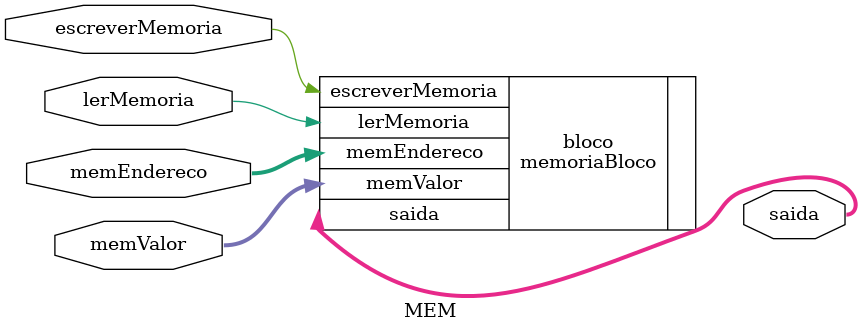
<source format=v>
module MEM(
	input [31:0] memEndereco,
	input [31:0] memValor,
	input escreverMemoria,
	input lerMemoria,
	output wire[31:0] saida //asa

);

memoriaBloco bloco(	
	.memEndereco(memEndereco),
	.memValor(memValor),
	.escreverMemoria(escreverMemoria),
	.lerMemoria(lerMemoria),
	.saida(saida)
);




endmodule

</source>
